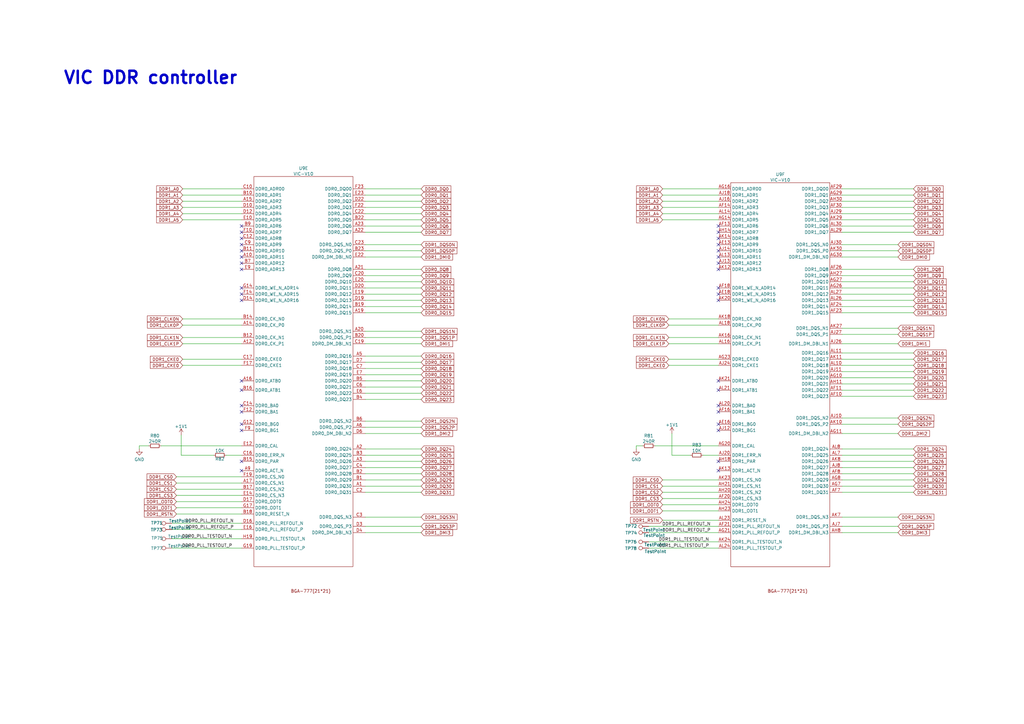
<source format=kicad_sch>
(kicad_sch (version 20210126) (generator eeschema)
  (paper "A3")
  (title_block (title "Beagle V") (date "2021-06-03") (rev "v0.7"))
  (no_connect (at 99.06 92.71))
  (no_connect (at 99.06 95.25))
  (no_connect (at 99.06 97.79))
  (no_connect (at 99.06 100.33))
  (no_connect (at 99.06 102.87))
  (no_connect (at 99.06 105.41))
  (no_connect (at 99.06 107.95))
  (no_connect (at 99.06 110.49))
  (no_connect (at 99.06 118.11))
  (no_connect (at 99.06 120.65))
  (no_connect (at 99.06 123.19))
  (no_connect (at 99.06 156.21))
  (no_connect (at 99.06 160.02))
  (no_connect (at 99.06 166.37))
  (no_connect (at 99.06 168.91))
  (no_connect (at 99.06 173.99))
  (no_connect (at 99.06 176.53))
  (no_connect (at 99.06 189.23))
  (no_connect (at 99.06 193.04))
  (no_connect (at 294.64 92.71))
  (no_connect (at 294.64 95.25))
  (no_connect (at 294.64 97.79))
  (no_connect (at 294.64 100.33))
  (no_connect (at 294.64 102.87))
  (no_connect (at 294.64 105.41))
  (no_connect (at 294.64 107.95))
  (no_connect (at 294.64 110.49))
  (no_connect (at 294.64 118.11))
  (no_connect (at 294.64 120.65))
  (no_connect (at 294.64 123.19))
  (no_connect (at 294.64 156.21))
  (no_connect (at 294.64 160.02))
  (no_connect (at 294.64 166.37))
  (no_connect (at 294.64 168.91))
  (no_connect (at 294.64 173.99))
  (no_connect (at 294.64 176.53))
  (no_connect (at 294.64 189.23))
  (no_connect (at 294.64 193.04))
  (wire (pts (xy 57.15 182.88) (xy 57.15 184.15)))
  (wire (pts (xy 60.96 182.88) (xy 57.15 182.88)))
  (wire (pts (xy 66.04 182.88) (xy 99.06 182.88)))
  (wire (pts (xy 70.485 214.63) (xy 99.06 214.63)))
  (wire (pts (xy 70.485 217.17) (xy 99.06 217.17)))
  (wire (pts (xy 70.485 220.98) (xy 99.06 220.98)))
  (wire (pts (xy 70.485 224.79) (xy 99.06 224.79)))
  (wire (pts (xy 72.39 195.58) (xy 99.06 195.58)))
  (wire (pts (xy 72.39 198.12) (xy 99.06 198.12)))
  (wire (pts (xy 72.39 200.66) (xy 99.06 200.66)))
  (wire (pts (xy 72.39 203.2) (xy 99.06 203.2)))
  (wire (pts (xy 72.39 205.74) (xy 99.06 205.74)))
  (wire (pts (xy 72.39 208.28) (xy 99.06 208.28)))
  (wire (pts (xy 72.39 210.82) (xy 99.06 210.82)))
  (wire (pts (xy 74.295 178.435) (xy 74.295 186.69)))
  (wire (pts (xy 74.93 77.47) (xy 99.06 77.47)))
  (wire (pts (xy 74.93 80.01) (xy 99.06 80.01)))
  (wire (pts (xy 74.93 82.55) (xy 99.06 82.55)))
  (wire (pts (xy 74.93 85.09) (xy 99.06 85.09)))
  (wire (pts (xy 74.93 87.63) (xy 99.06 87.63)))
  (wire (pts (xy 74.93 90.17) (xy 99.06 90.17)))
  (wire (pts (xy 74.93 130.81) (xy 99.06 130.81)))
  (wire (pts (xy 74.93 133.35) (xy 99.06 133.35)))
  (wire (pts (xy 74.93 138.43) (xy 99.06 138.43)))
  (wire (pts (xy 74.93 140.97) (xy 99.06 140.97)))
  (wire (pts (xy 74.93 147.32) (xy 99.06 147.32)))
  (wire (pts (xy 74.93 149.86) (xy 99.06 149.86)))
  (wire (pts (xy 87.63 186.69) (xy 74.295 186.69)))
  (wire (pts (xy 92.71 186.69) (xy 99.06 186.69)))
  (wire (pts (xy 149.86 77.47) (xy 172.72 77.47)))
  (wire (pts (xy 149.86 80.01) (xy 172.72 80.01)))
  (wire (pts (xy 149.86 82.55) (xy 172.72 82.55)))
  (wire (pts (xy 149.86 85.09) (xy 172.72 85.09)))
  (wire (pts (xy 149.86 87.63) (xy 172.72 87.63)))
  (wire (pts (xy 149.86 90.17) (xy 172.72 90.17)))
  (wire (pts (xy 149.86 92.71) (xy 172.72 92.71)))
  (wire (pts (xy 149.86 95.25) (xy 172.72 95.25)))
  (wire (pts (xy 149.86 100.33) (xy 172.72 100.33)))
  (wire (pts (xy 149.86 102.87) (xy 172.72 102.87)))
  (wire (pts (xy 149.86 105.41) (xy 172.72 105.41)))
  (wire (pts (xy 149.86 110.49) (xy 172.72 110.49)))
  (wire (pts (xy 149.86 113.03) (xy 172.72 113.03)))
  (wire (pts (xy 149.86 115.57) (xy 172.72 115.57)))
  (wire (pts (xy 149.86 118.11) (xy 172.72 118.11)))
  (wire (pts (xy 149.86 120.65) (xy 172.72 120.65)))
  (wire (pts (xy 149.86 123.19) (xy 172.72 123.19)))
  (wire (pts (xy 149.86 125.73) (xy 172.72 125.73)))
  (wire (pts (xy 149.86 128.27) (xy 172.72 128.27)))
  (wire (pts (xy 149.86 135.89) (xy 172.72 135.89)))
  (wire (pts (xy 149.86 138.43) (xy 172.72 138.43)))
  (wire (pts (xy 149.86 140.97) (xy 172.72 140.97)))
  (wire (pts (xy 149.86 146.05) (xy 172.72 146.05)))
  (wire (pts (xy 149.86 148.59) (xy 172.72 148.59)))
  (wire (pts (xy 149.86 151.13) (xy 172.72 151.13)))
  (wire (pts (xy 149.86 153.67) (xy 172.72 153.67)))
  (wire (pts (xy 149.86 156.21) (xy 172.72 156.21)))
  (wire (pts (xy 149.86 158.75) (xy 172.72 158.75)))
  (wire (pts (xy 149.86 161.29) (xy 172.72 161.29)))
  (wire (pts (xy 149.86 163.83) (xy 172.72 163.83)))
  (wire (pts (xy 149.86 172.72) (xy 172.72 172.72)))
  (wire (pts (xy 149.86 175.26) (xy 172.72 175.26)))
  (wire (pts (xy 149.86 177.8) (xy 172.72 177.8)))
  (wire (pts (xy 149.86 184.15) (xy 172.72 184.15)))
  (wire (pts (xy 149.86 186.69) (xy 172.72 186.69)))
  (wire (pts (xy 149.86 189.23) (xy 172.72 189.23)))
  (wire (pts (xy 149.86 191.77) (xy 172.72 191.77)))
  (wire (pts (xy 149.86 194.31) (xy 172.72 194.31)))
  (wire (pts (xy 149.86 196.85) (xy 172.72 196.85)))
  (wire (pts (xy 149.86 199.39) (xy 172.72 199.39)))
  (wire (pts (xy 149.86 201.93) (xy 172.72 201.93)))
  (wire (pts (xy 149.86 212.09) (xy 172.72 212.09)))
  (wire (pts (xy 149.86 215.9) (xy 172.72 215.9)))
  (wire (pts (xy 149.86 218.44) (xy 172.72 218.44)))
  (wire (pts (xy 260.985 182.88) (xy 263.525 182.88)))
  (wire (pts (xy 260.985 184.15) (xy 260.985 182.88)))
  (wire (pts (xy 266.065 215.9) (xy 294.64 215.9)))
  (wire (pts (xy 266.065 218.44) (xy 294.64 218.44)))
  (wire (pts (xy 266.065 222.25) (xy 294.64 222.25)))
  (wire (pts (xy 266.065 224.79) (xy 294.64 224.79)))
  (wire (pts (xy 268.605 182.88) (xy 294.64 182.88)))
  (wire (pts (xy 271.78 77.47) (xy 294.64 77.47)))
  (wire (pts (xy 271.78 80.01) (xy 294.64 80.01)))
  (wire (pts (xy 271.78 82.55) (xy 294.64 82.55)))
  (wire (pts (xy 271.78 85.09) (xy 294.64 85.09)))
  (wire (pts (xy 271.78 87.63) (xy 294.64 87.63)))
  (wire (pts (xy 271.78 90.17) (xy 294.64 90.17)))
  (wire (pts (xy 271.78 196.85) (xy 294.64 196.85)))
  (wire (pts (xy 271.78 199.39) (xy 294.64 199.39)))
  (wire (pts (xy 271.78 201.93) (xy 294.64 201.93)))
  (wire (pts (xy 271.78 204.47) (xy 294.64 204.47)))
  (wire (pts (xy 271.78 207.01) (xy 294.64 207.01)))
  (wire (pts (xy 271.78 209.55) (xy 294.64 209.55)))
  (wire (pts (xy 271.78 213.36) (xy 294.64 213.36)))
  (wire (pts (xy 274.32 130.81) (xy 294.64 130.81)))
  (wire (pts (xy 274.32 133.35) (xy 294.64 133.35)))
  (wire (pts (xy 274.32 138.43) (xy 294.64 138.43)))
  (wire (pts (xy 274.32 140.97) (xy 294.64 140.97)))
  (wire (pts (xy 274.32 147.32) (xy 294.64 147.32)))
  (wire (pts (xy 274.32 149.86) (xy 294.64 149.86)))
  (wire (pts (xy 275.59 177.8) (xy 275.59 186.69)))
  (wire (pts (xy 283.21 186.69) (xy 275.59 186.69)))
  (wire (pts (xy 288.29 186.69) (xy 294.64 186.69)))
  (wire (pts (xy 345.44 77.47) (xy 374.65 77.47)))
  (wire (pts (xy 345.44 80.01) (xy 374.65 80.01)))
  (wire (pts (xy 345.44 82.55) (xy 374.65 82.55)))
  (wire (pts (xy 345.44 85.09) (xy 374.65 85.09)))
  (wire (pts (xy 345.44 87.63) (xy 374.65 87.63)))
  (wire (pts (xy 345.44 90.17) (xy 374.65 90.17)))
  (wire (pts (xy 345.44 92.71) (xy 374.65 92.71)))
  (wire (pts (xy 345.44 95.25) (xy 374.65 95.25)))
  (wire (pts (xy 345.44 100.33) (xy 368.3 100.33)))
  (wire (pts (xy 345.44 102.87) (xy 368.3 102.87)))
  (wire (pts (xy 345.44 105.41) (xy 368.3 105.41)))
  (wire (pts (xy 345.44 110.49) (xy 374.65 110.49)))
  (wire (pts (xy 345.44 113.03) (xy 374.65 113.03)))
  (wire (pts (xy 345.44 115.57) (xy 374.65 115.57)))
  (wire (pts (xy 345.44 118.11) (xy 374.65 118.11)))
  (wire (pts (xy 345.44 120.65) (xy 374.65 120.65)))
  (wire (pts (xy 345.44 123.19) (xy 374.65 123.19)))
  (wire (pts (xy 345.44 125.73) (xy 374.65 125.73)))
  (wire (pts (xy 345.44 128.27) (xy 374.65 128.27)))
  (wire (pts (xy 345.44 134.62) (xy 368.3 134.62)))
  (wire (pts (xy 345.44 137.16) (xy 368.3 137.16)))
  (wire (pts (xy 345.44 140.97) (xy 368.3 140.97)))
  (wire (pts (xy 345.44 144.78) (xy 374.65 144.78)))
  (wire (pts (xy 345.44 147.32) (xy 374.65 147.32)))
  (wire (pts (xy 345.44 149.86) (xy 374.65 149.86)))
  (wire (pts (xy 345.44 152.4) (xy 374.65 152.4)))
  (wire (pts (xy 345.44 154.94) (xy 374.65 154.94)))
  (wire (pts (xy 345.44 157.48) (xy 374.65 157.48)))
  (wire (pts (xy 345.44 160.02) (xy 374.65 160.02)))
  (wire (pts (xy 345.44 162.56) (xy 374.65 162.56)))
  (wire (pts (xy 345.44 171.45) (xy 368.3 171.45)))
  (wire (pts (xy 345.44 173.99) (xy 368.3 173.99)))
  (wire (pts (xy 345.44 177.8) (xy 368.3 177.8)))
  (wire (pts (xy 345.44 184.15) (xy 374.65 184.15)))
  (wire (pts (xy 345.44 186.69) (xy 374.65 186.69)))
  (wire (pts (xy 345.44 189.23) (xy 374.65 189.23)))
  (wire (pts (xy 345.44 191.77) (xy 374.65 191.77)))
  (wire (pts (xy 345.44 194.31) (xy 374.65 194.31)))
  (wire (pts (xy 345.44 196.85) (xy 374.65 196.85)))
  (wire (pts (xy 345.44 199.39) (xy 374.65 199.39)))
  (wire (pts (xy 345.44 201.93) (xy 374.65 201.93)))
  (wire (pts (xy 345.44 212.09) (xy 368.3 212.09)))
  (wire (pts (xy 345.44 215.9) (xy 368.3 215.9)))
  (wire (pts (xy 345.44 218.44) (xy 368.3 218.44)))
  (text "VIC DDR controller\n" (at 97.79 34.925 180) (effects (font (size 5 5) (thickness 1) bold) (justify right bottom)))
  (label "DDR0_PLL_TESTOUT_N" (at 95.25 220.98 180))
  (label "DDR0_PLL_TESTOUT_P" (at 95.25 224.79 180))
  (label "DDR0_PLL_REFOUT_N" (at 95.885 214.63 180))
  (label "DDR0_PLL_REFOUT_P" (at 95.885 217.17 180))
  (label "DDR1_PLL_TESTOUT_N" (at 290.83 222.25 180))
  (label "DDR1_PLL_TESTOUT_P" (at 290.83 224.79 180))
  (label "DDR1_PLL_REFOUT_N" (at 291.465 215.9 180))
  (label "DDR1_PLL_REFOUT_P" (at 291.465 218.44 180))
  (global_label "DDR1_CS0" (shape input) (at 72.39 195.58 180) (property "Intersheet References" "${INTERSHEET_REFS}" (effects hide)))
  (global_label "DDR1_CS1" (shape input) (at 72.39 198.12 180) (property "Intersheet References" "${INTERSHEET_REFS}" (effects hide)))
  (global_label "DDR1_CS2" (shape input) (at 72.39 200.66 180) (property "Intersheet References" "${INTERSHEET_REFS}" (effects hide)))
  (global_label "DDR1_CS3" (shape input) (at 72.39 203.2 180) (property "Intersheet References" "${INTERSHEET_REFS}" (effects hide)))
  (global_label "DDR1_ODT0" (shape input) (at 72.39 205.74 180) (property "Intersheet References" "${INTERSHEET_REFS}" (effects hide)))
  (global_label "DDR1_ODT1" (shape input) (at 72.39 208.28 180) (property "Intersheet References" "${INTERSHEET_REFS}" (effects hide)))
  (global_label "DDR1_RSTN" (shape input) (at 72.39 210.82 180) (property "Intersheet References" "${INTERSHEET_REFS}" (effects hide)))
  (global_label "DDR1_A0" (shape input) (at 74.93 77.47 180) (property "Intersheet References" "${INTERSHEET_REFS}" (effects hide)))
  (global_label "DDR1_A1" (shape input) (at 74.93 80.01 180) (property "Intersheet References" "${INTERSHEET_REFS}" (effects hide)))
  (global_label "DDR1_A2" (shape input) (at 74.93 82.55 180) (property "Intersheet References" "${INTERSHEET_REFS}" (effects hide)))
  (global_label "DDR1_A3" (shape input) (at 74.93 85.09 180) (property "Intersheet References" "${INTERSHEET_REFS}" (effects hide)))
  (global_label "DDR1_A4" (shape input) (at 74.93 87.63 180) (property "Intersheet References" "${INTERSHEET_REFS}" (effects hide)))
  (global_label "DDR1_A5" (shape input) (at 74.93 90.17 180) (property "Intersheet References" "${INTERSHEET_REFS}" (effects hide)))
  (global_label "DDR1_CLK0N" (shape input) (at 74.93 130.81 180) (property "Intersheet References" "${INTERSHEET_REFS}" (effects hide)))
  (global_label "DDR1_CLK0P" (shape input) (at 74.93 133.35 180) (property "Intersheet References" "${INTERSHEET_REFS}" (effects hide)))
  (global_label "DDR1_CLK1N" (shape input) (at 74.93 138.43 180) (property "Intersheet References" "${INTERSHEET_REFS}" (effects hide)))
  (global_label "DDR1_CLK1P" (shape input) (at 74.93 140.97 180) (property "Intersheet References" "${INTERSHEET_REFS}" (effects hide)))
  (global_label "DDR1_CKE0" (shape input) (at 74.93 147.32 180) (property "Intersheet References" "${INTERSHEET_REFS}" (effects hide)))
  (global_label "DDR1_CKE0" (shape input) (at 74.93 149.86 180) (property "Intersheet References" "${INTERSHEET_REFS}" (effects hide)))
  (global_label "DDR0_DQ0" (shape input) (at 172.72 77.47 0) (property "Intersheet References" "${INTERSHEET_REFS}" (effects hide)))
  (global_label "DDR0_DQ1" (shape input) (at 172.72 80.01 0) (property "Intersheet References" "${INTERSHEET_REFS}" (effects hide)))
  (global_label "DDR0_DQ2" (shape input) (at 172.72 82.55 0) (property "Intersheet References" "${INTERSHEET_REFS}" (effects hide)))
  (global_label "DDR0_DQ3" (shape input) (at 172.72 85.09 0) (property "Intersheet References" "${INTERSHEET_REFS}" (effects hide)))
  (global_label "DDR0_DQ4" (shape input) (at 172.72 87.63 0) (property "Intersheet References" "${INTERSHEET_REFS}" (effects hide)))
  (global_label "DDR0_DQ5" (shape input) (at 172.72 90.17 0) (property "Intersheet References" "${INTERSHEET_REFS}" (effects hide)))
  (global_label "DDR0_DQ6" (shape input) (at 172.72 92.71 0) (property "Intersheet References" "${INTERSHEET_REFS}" (effects hide)))
  (global_label "DDR0_DQ7" (shape input) (at 172.72 95.25 0) (property "Intersheet References" "${INTERSHEET_REFS}" (effects hide)))
  (global_label "DDR1_DQS0N" (shape input) (at 172.72 100.33 0) (property "Intersheet References" "${INTERSHEET_REFS}" (effects hide)))
  (global_label "DDR1_DQS0P" (shape input) (at 172.72 102.87 0) (property "Intersheet References" "${INTERSHEET_REFS}" (effects hide)))
  (global_label "DDR1_DMI0" (shape input) (at 172.72 105.41 0) (property "Intersheet References" "${INTERSHEET_REFS}" (effects hide)))
  (global_label "DDR0_DQ8" (shape input) (at 172.72 110.49 0) (property "Intersheet References" "${INTERSHEET_REFS}" (effects hide)))
  (global_label "DDR0_DQ9" (shape input) (at 172.72 113.03 0) (property "Intersheet References" "${INTERSHEET_REFS}" (effects hide)))
  (global_label "DDR0_DQ10" (shape input) (at 172.72 115.57 0) (property "Intersheet References" "${INTERSHEET_REFS}" (effects hide)))
  (global_label "DDR0_DQ11" (shape input) (at 172.72 118.11 0) (property "Intersheet References" "${INTERSHEET_REFS}" (effects hide)))
  (global_label "DDR0_DQ12" (shape input) (at 172.72 120.65 0) (property "Intersheet References" "${INTERSHEET_REFS}" (effects hide)))
  (global_label "DDR0_DQ13" (shape input) (at 172.72 123.19 0) (property "Intersheet References" "${INTERSHEET_REFS}" (effects hide)))
  (global_label "DDR0_DQ14" (shape input) (at 172.72 125.73 0) (property "Intersheet References" "${INTERSHEET_REFS}" (effects hide)))
  (global_label "DDR0_DQ15" (shape input) (at 172.72 128.27 0) (property "Intersheet References" "${INTERSHEET_REFS}" (effects hide)))
  (global_label "DDR1_DQS1N" (shape input) (at 172.72 135.89 0) (property "Intersheet References" "${INTERSHEET_REFS}" (effects hide)))
  (global_label "DDR1_DQS1P" (shape input) (at 172.72 138.43 0) (property "Intersheet References" "${INTERSHEET_REFS}" (effects hide)))
  (global_label "DDR1_DMI1" (shape input) (at 172.72 140.97 0) (property "Intersheet References" "${INTERSHEET_REFS}" (effects hide)))
  (global_label "DDR0_DQ16" (shape input) (at 172.72 146.05 0) (property "Intersheet References" "${INTERSHEET_REFS}" (effects hide)))
  (global_label "DDR0_DQ17" (shape input) (at 172.72 148.59 0) (property "Intersheet References" "${INTERSHEET_REFS}" (effects hide)))
  (global_label "DDR0_DQ18" (shape input) (at 172.72 151.13 0) (property "Intersheet References" "${INTERSHEET_REFS}" (effects hide)))
  (global_label "DDR0_DQ19" (shape input) (at 172.72 153.67 0) (property "Intersheet References" "${INTERSHEET_REFS}" (effects hide)))
  (global_label "DDR0_DQ20" (shape input) (at 172.72 156.21 0) (property "Intersheet References" "${INTERSHEET_REFS}" (effects hide)))
  (global_label "DDR0_DQ21" (shape input) (at 172.72 158.75 0) (property "Intersheet References" "${INTERSHEET_REFS}" (effects hide)))
  (global_label "DDR0_DQ22" (shape input) (at 172.72 161.29 0) (property "Intersheet References" "${INTERSHEET_REFS}" (effects hide)))
  (global_label "DDR0_DQ23" (shape input) (at 172.72 163.83 0) (property "Intersheet References" "${INTERSHEET_REFS}" (effects hide)))
  (global_label "DDR1_DQS2N" (shape input) (at 172.72 172.72 0) (property "Intersheet References" "${INTERSHEET_REFS}" (effects hide)))
  (global_label "DDR1_DQS2P" (shape input) (at 172.72 175.26 0) (property "Intersheet References" "${INTERSHEET_REFS}" (effects hide)))
  (global_label "DDR1_DMI2" (shape input) (at 172.72 177.8 0) (property "Intersheet References" "${INTERSHEET_REFS}" (effects hide)))
  (global_label "DDR0_DQ24" (shape input) (at 172.72 184.15 0) (property "Intersheet References" "${INTERSHEET_REFS}" (effects hide)))
  (global_label "DDR0_DQ25" (shape input) (at 172.72 186.69 0) (property "Intersheet References" "${INTERSHEET_REFS}" (effects hide)))
  (global_label "DDR0_DQ26" (shape input) (at 172.72 189.23 0) (property "Intersheet References" "${INTERSHEET_REFS}" (effects hide)))
  (global_label "DDR0_DQ27" (shape input) (at 172.72 191.77 0) (property "Intersheet References" "${INTERSHEET_REFS}" (effects hide)))
  (global_label "DDR0_DQ28" (shape input) (at 172.72 194.31 0) (property "Intersheet References" "${INTERSHEET_REFS}" (effects hide)))
  (global_label "DDR0_DQ29" (shape input) (at 172.72 196.85 0) (property "Intersheet References" "${INTERSHEET_REFS}" (effects hide)))
  (global_label "DDR0_DQ30" (shape input) (at 172.72 199.39 0) (property "Intersheet References" "${INTERSHEET_REFS}" (effects hide)))
  (global_label "DDR0_DQ31" (shape input) (at 172.72 201.93 0) (property "Intersheet References" "${INTERSHEET_REFS}" (effects hide)))
  (global_label "DDR1_DQS3N" (shape input) (at 172.72 212.09 0) (property "Intersheet References" "${INTERSHEET_REFS}" (effects hide)))
  (global_label "DDR1_DQS3P" (shape input) (at 172.72 215.9 0) (property "Intersheet References" "${INTERSHEET_REFS}" (effects hide)))
  (global_label "DDR1_DMI3" (shape input) (at 172.72 218.44 0) (property "Intersheet References" "${INTERSHEET_REFS}" (effects hide)))
  (global_label "DDR1_A0" (shape input) (at 271.78 77.47 180) (property "Intersheet References" "${INTERSHEET_REFS}" (effects hide)))
  (global_label "DDR1_A1" (shape input) (at 271.78 80.01 180) (property "Intersheet References" "${INTERSHEET_REFS}" (effects hide)))
  (global_label "DDR1_A2" (shape input) (at 271.78 82.55 180) (property "Intersheet References" "${INTERSHEET_REFS}" (effects hide)))
  (global_label "DDR1_A3" (shape input) (at 271.78 85.09 180) (property "Intersheet References" "${INTERSHEET_REFS}" (effects hide)))
  (global_label "DDR1_A4" (shape input) (at 271.78 87.63 180) (property "Intersheet References" "${INTERSHEET_REFS}" (effects hide)))
  (global_label "DDR1_A5" (shape input) (at 271.78 90.17 180) (property "Intersheet References" "${INTERSHEET_REFS}" (effects hide)))
  (global_label "DDR1_CS0" (shape input) (at 271.78 196.85 180) (property "Intersheet References" "${INTERSHEET_REFS}" (effects hide)))
  (global_label "DDR1_CS1" (shape input) (at 271.78 199.39 180) (property "Intersheet References" "${INTERSHEET_REFS}" (effects hide)))
  (global_label "DDR1_CS2" (shape input) (at 271.78 201.93 180) (property "Intersheet References" "${INTERSHEET_REFS}" (effects hide)))
  (global_label "DDR1_CS3" (shape input) (at 271.78 204.47 180) (property "Intersheet References" "${INTERSHEET_REFS}" (effects hide)))
  (global_label "DDR1_ODT0" (shape input) (at 271.78 207.01 180) (property "Intersheet References" "${INTERSHEET_REFS}" (effects hide)))
  (global_label "DDR1_ODT1" (shape input) (at 271.78 209.55 180) (property "Intersheet References" "${INTERSHEET_REFS}" (effects hide)))
  (global_label "DDR1_RSTN" (shape input) (at 271.78 213.36 180) (property "Intersheet References" "${INTERSHEET_REFS}" (effects hide)))
  (global_label "DDR1_CLK0N" (shape input) (at 274.32 130.81 180) (property "Intersheet References" "${INTERSHEET_REFS}" (effects hide)))
  (global_label "DDR1_CLK0P" (shape input) (at 274.32 133.35 180) (property "Intersheet References" "${INTERSHEET_REFS}" (effects hide)))
  (global_label "DDR1_CLK1N" (shape input) (at 274.32 138.43 180) (property "Intersheet References" "${INTERSHEET_REFS}" (effects hide)))
  (global_label "DDR1_CLK1P" (shape input) (at 274.32 140.97 180) (property "Intersheet References" "${INTERSHEET_REFS}" (effects hide)))
  (global_label "DDR1_CKE0" (shape input) (at 274.32 147.32 180) (property "Intersheet References" "${INTERSHEET_REFS}" (effects hide)))
  (global_label "DDR1_CKE0" (shape input) (at 274.32 149.86 180) (property "Intersheet References" "${INTERSHEET_REFS}" (effects hide)))
  (global_label "DDR1_DQS0N" (shape input) (at 368.3 100.33 0) (property "Intersheet References" "${INTERSHEET_REFS}" (effects hide)))
  (global_label "DDR1_DQS0P" (shape input) (at 368.3 102.87 0) (property "Intersheet References" "${INTERSHEET_REFS}" (effects hide)))
  (global_label "DDR1_DMI0" (shape input) (at 368.3 105.41 0) (property "Intersheet References" "${INTERSHEET_REFS}" (effects hide)))
  (global_label "DDR1_DQS1N" (shape input) (at 368.3 134.62 0) (property "Intersheet References" "${INTERSHEET_REFS}" (effects hide)))
  (global_label "DDR1_DQS1P" (shape input) (at 368.3 137.16 0) (property "Intersheet References" "${INTERSHEET_REFS}" (effects hide)))
  (global_label "DDR1_DMI1" (shape input) (at 368.3 140.97 0) (property "Intersheet References" "${INTERSHEET_REFS}" (effects hide)))
  (global_label "DDR1_DQS2N" (shape input) (at 368.3 171.45 0) (property "Intersheet References" "${INTERSHEET_REFS}" (effects hide)))
  (global_label "DDR1_DQS2P" (shape input) (at 368.3 173.99 0) (property "Intersheet References" "${INTERSHEET_REFS}" (effects hide)))
  (global_label "DDR1_DMI2" (shape input) (at 368.3 177.8 0) (property "Intersheet References" "${INTERSHEET_REFS}" (effects hide)))
  (global_label "DDR1_DQS3N" (shape input) (at 368.3 212.09 0) (property "Intersheet References" "${INTERSHEET_REFS}" (effects hide)))
  (global_label "DDR1_DQS3P" (shape input) (at 368.3 215.9 0) (property "Intersheet References" "${INTERSHEET_REFS}" (effects hide)))
  (global_label "DDR1_DMI3" (shape input) (at 368.3 218.44 0) (property "Intersheet References" "${INTERSHEET_REFS}" (effects hide)))
  (global_label "DDR1_DQ0" (shape input) (at 374.65 77.47 0) (property "Intersheet References" "${INTERSHEET_REFS}" (effects hide)))
  (global_label "DDR1_DQ1" (shape input) (at 374.65 80.01 0) (property "Intersheet References" "${INTERSHEET_REFS}" (effects hide)))
  (global_label "DDR1_DQ2" (shape input) (at 374.65 82.55 0) (property "Intersheet References" "${INTERSHEET_REFS}" (effects hide)))
  (global_label "DDR1_DQ3" (shape input) (at 374.65 85.09 0) (property "Intersheet References" "${INTERSHEET_REFS}" (effects hide)))
  (global_label "DDR1_DQ4" (shape input) (at 374.65 87.63 0) (property "Intersheet References" "${INTERSHEET_REFS}" (effects hide)))
  (global_label "DDR1_DQ5" (shape input) (at 374.65 90.17 0) (property "Intersheet References" "${INTERSHEET_REFS}" (effects hide)))
  (global_label "DDR1_DQ6" (shape input) (at 374.65 92.71 0) (property "Intersheet References" "${INTERSHEET_REFS}" (effects hide)))
  (global_label "DDR1_DQ7" (shape input) (at 374.65 95.25 0) (property "Intersheet References" "${INTERSHEET_REFS}" (effects hide)))
  (global_label "DDR1_DQ8" (shape input) (at 374.65 110.49 0) (property "Intersheet References" "${INTERSHEET_REFS}" (effects hide)))
  (global_label "DDR1_DQ9" (shape input) (at 374.65 113.03 0) (property "Intersheet References" "${INTERSHEET_REFS}" (effects hide)))
  (global_label "DDR1_DQ10" (shape input) (at 374.65 115.57 0) (property "Intersheet References" "${INTERSHEET_REFS}" (effects hide)))
  (global_label "DDR1_DQ11" (shape input) (at 374.65 118.11 0) (property "Intersheet References" "${INTERSHEET_REFS}" (effects hide)))
  (global_label "DDR1_DQ12" (shape input) (at 374.65 120.65 0) (property "Intersheet References" "${INTERSHEET_REFS}" (effects hide)))
  (global_label "DDR1_DQ13" (shape input) (at 374.65 123.19 0) (property "Intersheet References" "${INTERSHEET_REFS}" (effects hide)))
  (global_label "DDR1_DQ14" (shape input) (at 374.65 125.73 0) (property "Intersheet References" "${INTERSHEET_REFS}" (effects hide)))
  (global_label "DDR1_DQ15" (shape input) (at 374.65 128.27 0) (property "Intersheet References" "${INTERSHEET_REFS}" (effects hide)))
  (global_label "DDR1_DQ16" (shape input) (at 374.65 144.78 0) (property "Intersheet References" "${INTERSHEET_REFS}" (effects hide)))
  (global_label "DDR1_DQ17" (shape input) (at 374.65 147.32 0) (property "Intersheet References" "${INTERSHEET_REFS}" (effects hide)))
  (global_label "DDR1_DQ18" (shape input) (at 374.65 149.86 0) (property "Intersheet References" "${INTERSHEET_REFS}" (effects hide)))
  (global_label "DDR1_DQ19" (shape input) (at 374.65 152.4 0) (property "Intersheet References" "${INTERSHEET_REFS}" (effects hide)))
  (global_label "DDR1_DQ20" (shape input) (at 374.65 154.94 0) (property "Intersheet References" "${INTERSHEET_REFS}" (effects hide)))
  (global_label "DDR1_DQ21" (shape input) (at 374.65 157.48 0) (property "Intersheet References" "${INTERSHEET_REFS}" (effects hide)))
  (global_label "DDR1_DQ22" (shape input) (at 374.65 160.02 0) (property "Intersheet References" "${INTERSHEET_REFS}" (effects hide)))
  (global_label "DDR1_DQ23" (shape input) (at 374.65 162.56 0) (property "Intersheet References" "${INTERSHEET_REFS}" (effects hide)))
  (global_label "DDR1_DQ24" (shape input) (at 374.65 184.15 0) (property "Intersheet References" "${INTERSHEET_REFS}" (effects hide)))
  (global_label "DDR1_DQ25" (shape input) (at 374.65 186.69 0) (property "Intersheet References" "${INTERSHEET_REFS}" (effects hide)))
  (global_label "DDR1_DQ26" (shape input) (at 374.65 189.23 0) (property "Intersheet References" "${INTERSHEET_REFS}" (effects hide)))
  (global_label "DDR1_DQ27" (shape input) (at 374.65 191.77 0) (property "Intersheet References" "${INTERSHEET_REFS}" (effects hide)))
  (global_label "DDR1_DQ28" (shape input) (at 374.65 194.31 0) (property "Intersheet References" "${INTERSHEET_REFS}" (effects hide)))
  (global_label "DDR1_DQ29" (shape input) (at 374.65 196.85 0) (property "Intersheet References" "${INTERSHEET_REFS}" (effects hide)))
  (global_label "DDR1_DQ30" (shape input) (at 374.65 199.39 0) (property "Intersheet References" "${INTERSHEET_REFS}" (effects hide)))
  (global_label "DDR1_DQ31" (shape input) (at 374.65 201.93 0) (property "Intersheet References" "${INTERSHEET_REFS}" (effects hide)))
  (symbol (lib_id "power:+1V1") (at 74.295 178.435 0) (unit 1)
    (property "Reference" "#PWR0224" (effects hide))
    (property "Value" "+1V1" (at 74.295 174.8876 0))
  )
  (symbol (lib_id "power:+1V1") (at 275.59 177.8 0) (unit 1)
    (property "Reference" "#PWR0227" (effects hide))
    (property "Value" "+1V1" (at 275.59 174.2526 0))
  )
  (symbol (lib_id "Connector:TestPoint") (at 70.485 214.63 90) (unit 1)
    (property "Reference" "TP71" (at 64.3255 214.4988 90))
    (property "Value" "TestPoint" (at 73.7235 213.6225 90))
  )
  (symbol (lib_id "Connector:TestPoint") (at 70.485 217.17 90) (unit 1)
    (property "Reference" "TP73" (at 64.1985 217.2928 90))
    (property "Value" "TestPoint" (at 73.5965 216.4165 90))
  )
  (symbol (lib_id "Connector:TestPoint") (at 70.485 220.98 90) (unit 1)
    (property "Reference" "TP75" (at 64.4525 220.7218 90))
    (property "Value" "TestPoint" (at 73.3425 220.0995 90))
  )
  (symbol (lib_id "Connector:TestPoint") (at 70.485 224.79 90) (unit 1)
    (property "Reference" "TP77" (at 64.3255 224.9128 90))
    (property "Value" "TestPoint" (at 73.3425 223.9095 90))
  )
  (symbol (lib_id "Connector:TestPoint") (at 266.065 215.9 90) (unit 1)
    (property "Reference" "TP72" (at 258.8895 215.7688 90))
    (property "Value" "TestPoint" (at 268.1605 217.3055 90))
  )
  (symbol (lib_id "Connector:TestPoint") (at 266.065 218.44 90) (unit 1)
    (property "Reference" "TP74" (at 258.8895 218.5628 90))
    (property "Value" "TestPoint" (at 268.2875 219.5915 90))
  )
  (symbol (lib_id "Connector:TestPoint") (at 266.065 222.25 90) (unit 1)
    (property "Reference" "TP76" (at 258.7625 222.2458 90))
    (property "Value" "TestPoint" (at 268.7955 226.1955 90))
  )
  (symbol (lib_id "Connector:TestPoint") (at 266.065 224.79 90) (unit 1)
    (property "Reference" "TP78" (at 258.7625 224.9128 90))
    (property "Value" "TestPoint" (at 268.6685 223.4015 90))
  )
  (symbol (lib_id "power:GND") (at 57.15 184.15 0) (unit 1)
    (property "Reference" "#PWR0225" (effects hide))
    (property "Value" "GND" (at 57.15 188.4744 0))
  )
  (symbol (lib_id "power:GND") (at 260.985 184.15 0) (unit 1)
    (property "Reference" "#PWR0226" (effects hide))
    (property "Value" "GND" (at 260.985 188.4744 0))
  )
  (symbol (lib_id "Device:R_Small") (at 63.5 182.88 90) (unit 1)
    (property "Reference" "R80" (at 63.5 178.7102 90))
    (property "Value" "240R" (at 63.5 181.0089 90))
  )
  (symbol (lib_id "Device:R_Small") (at 90.17 186.69 90) (unit 1)
    (property "Reference" "R82" (at 90.17 188.2352 90))
    (property "Value" "10K" (at 90.17 184.8189 90))
  )
  (symbol (lib_id "Device:R_Small") (at 266.065 182.88 90) (unit 1)
    (property "Reference" "R81" (at 266.065 178.7102 90))
    (property "Value" "240R" (at 266.065 181.0089 90))
  )
  (symbol (lib_id "Device:R_Small") (at 285.75 186.69 90) (unit 1)
    (property "Reference" "R83" (at 285.75 182.5202 90))
    (property "Value" "10K" (at 285.75 184.8189 90))
  )
  (symbol (lib_id "BeagleV:VIC-V10") (at 320.04 138.43 0) (unit 6)
    (property "Reference" "U9" (at 320.04 71.5476 0))
    (property "Value" "VIC-V10" (at 320.04 73.8463 0))
  )
  (symbol (lib_id "BeagleV:VIC-V10") (at 124.46 138.43 0) (unit 5)
    (property "Reference" "U9" (at 124.46 69.0076 0))
    (property "Value" "VIC-V10" (at 124.46 71.3063 0))
  )
)
</source>
